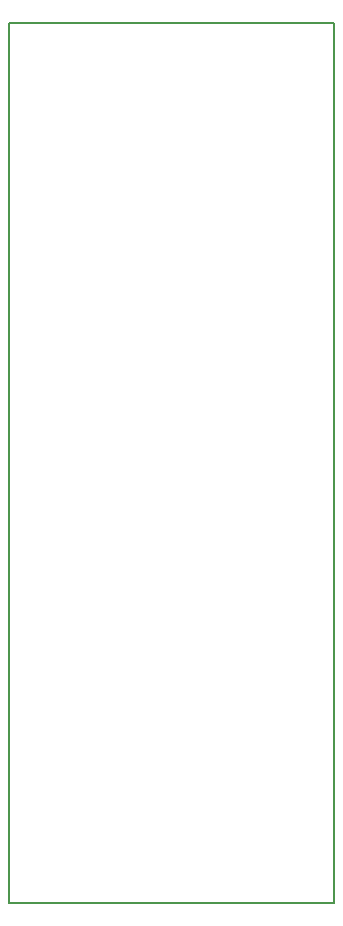
<source format=gm1>
G04 #@! TF.FileFunction,Profile,NP*
%FSLAX46Y46*%
G04 Gerber Fmt 4.6, Leading zero omitted, Abs format (unit mm)*
G04 Created by KiCad (PCBNEW 4.0.5-e0-6337~49~ubuntu16.04.1) date Tue Feb  7 13:51:03 2017*
%MOMM*%
%LPD*%
G01*
G04 APERTURE LIST*
%ADD10C,0.100000*%
%ADD11C,0.150000*%
G04 APERTURE END LIST*
D10*
D11*
X159350000Y-127375000D02*
X159350000Y-52875000D01*
X186850000Y-127375000D02*
X159350000Y-127375000D01*
X186850000Y-52875000D02*
X186850000Y-127375000D01*
X159350000Y-52875000D02*
X186850000Y-52875000D01*
M02*

</source>
